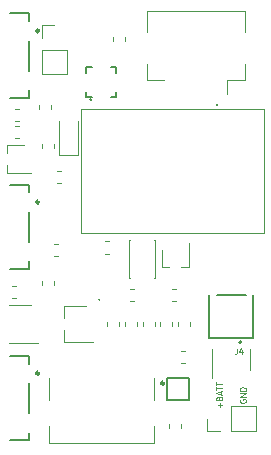
<source format=gbr>
%TF.GenerationSoftware,KiCad,Pcbnew,(5.99.0-2309-gaf729d578)*%
%TF.CreationDate,2020-08-23T06:16:53-04:00*%
%TF.ProjectId,mk2,6d6b322e-6b69-4636-9164-5f7063625858,rev?*%
%TF.SameCoordinates,Original*%
%TF.FileFunction,Legend,Top*%
%TF.FilePolarity,Positive*%
%FSLAX46Y46*%
G04 Gerber Fmt 4.6, Leading zero omitted, Abs format (unit mm)*
G04 Created by KiCad (PCBNEW (5.99.0-2309-gaf729d578)) date 2020-08-23 06:16:53*
%MOMM*%
%LPD*%
G01*
G04 APERTURE LIST*
%ADD10C,0.125000*%
%ADD11C,0.015000*%
%ADD12C,0.120000*%
%ADD13C,0.127000*%
%ADD14C,0.150000*%
%ADD15C,0.200000*%
%ADD16C,0.050000*%
%ADD17C,0.250000*%
%ADD18C,0.100000*%
G04 APERTURE END LIST*
D10*
X31535714Y-46535714D02*
X31535714Y-46154761D01*
X31726190Y-46345238D02*
X31345238Y-46345238D01*
X31464285Y-45750000D02*
X31488095Y-45678571D01*
X31511904Y-45654761D01*
X31559523Y-45630952D01*
X31630952Y-45630952D01*
X31678571Y-45654761D01*
X31702380Y-45678571D01*
X31726190Y-45726190D01*
X31726190Y-45916666D01*
X31226190Y-45916666D01*
X31226190Y-45750000D01*
X31250000Y-45702380D01*
X31273809Y-45678571D01*
X31321428Y-45654761D01*
X31369047Y-45654761D01*
X31416666Y-45678571D01*
X31440476Y-45702380D01*
X31464285Y-45750000D01*
X31464285Y-45916666D01*
X31583333Y-45440476D02*
X31583333Y-45202380D01*
X31726190Y-45488095D02*
X31226190Y-45321428D01*
X31726190Y-45154761D01*
X31226190Y-45059523D02*
X31226190Y-44773809D01*
X31726190Y-44916666D02*
X31226190Y-44916666D01*
X31226190Y-44678571D02*
X31226190Y-44392857D01*
X31726190Y-44535714D02*
X31226190Y-44535714D01*
X33250000Y-45880952D02*
X33226190Y-45928571D01*
X33226190Y-46000000D01*
X33250000Y-46071428D01*
X33297619Y-46119047D01*
X33345238Y-46142857D01*
X33440476Y-46166666D01*
X33511904Y-46166666D01*
X33607142Y-46142857D01*
X33654761Y-46119047D01*
X33702380Y-46071428D01*
X33726190Y-46000000D01*
X33726190Y-45952380D01*
X33702380Y-45880952D01*
X33678571Y-45857142D01*
X33511904Y-45857142D01*
X33511904Y-45952380D01*
X33726190Y-45642857D02*
X33226190Y-45642857D01*
X33726190Y-45357142D01*
X33226190Y-45357142D01*
X33726190Y-45119047D02*
X33226190Y-45119047D01*
X33226190Y-45000000D01*
X33250000Y-44928571D01*
X33297619Y-44880952D01*
X33345238Y-44857142D01*
X33440476Y-44833333D01*
X33511904Y-44833333D01*
X33607142Y-44857142D01*
X33654761Y-44880952D01*
X33702380Y-44928571D01*
X33726190Y-45000000D01*
X33726190Y-45119047D01*
D11*
%TO.C,J4*%
X32975971Y-41552159D02*
X32975971Y-41895716D01*
X32953067Y-41964427D01*
X32907259Y-42010235D01*
X32838548Y-42033139D01*
X32792740Y-42033139D01*
X33411143Y-41712485D02*
X33411143Y-42033139D01*
X33296624Y-41529255D02*
X33182105Y-41872812D01*
X33479855Y-41872812D01*
D12*
%TO.C,J3*%
X16440000Y-14190000D02*
X17500000Y-14190000D01*
X16440000Y-15250000D02*
X16440000Y-14190000D01*
X16440000Y-16250000D02*
X18560000Y-16250000D01*
X18560000Y-16250000D02*
X18560000Y-18310000D01*
X16440000Y-16250000D02*
X16440000Y-18310000D01*
X16440000Y-18310000D02*
X18560000Y-18310000D01*
%TO.C,BT1*%
X30440000Y-48560000D02*
X30440000Y-47500000D01*
X31500000Y-48560000D02*
X30440000Y-48560000D01*
X32500000Y-48560000D02*
X32500000Y-46440000D01*
X32500000Y-46440000D02*
X34560000Y-46440000D01*
X32500000Y-48560000D02*
X34560000Y-48560000D01*
X34560000Y-48560000D02*
X34560000Y-46440000D01*
D13*
%TO.C,U4*%
X20230000Y-20270000D02*
X20230000Y-19800000D01*
X22770000Y-20270000D02*
X22770000Y-19800000D01*
X20230000Y-20270000D02*
X20700000Y-20270000D01*
X22770000Y-20270000D02*
X22300000Y-20270000D01*
X20230000Y-17730000D02*
X20230000Y-18200000D01*
X20230000Y-17730000D02*
X20700000Y-17730000D01*
X22770000Y-17730000D02*
X22770000Y-18200000D01*
X22770000Y-17730000D02*
X22300000Y-17730000D01*
D14*
X20675000Y-20500000D02*
G75*
G03*
X20675000Y-20500000I-75000J0D01*
G01*
D15*
%TO.C,J4*%
X33350000Y-41002000D02*
G75*
G03*
X33350000Y-41002000I-100000J0D01*
G01*
D13*
X33700000Y-37025000D02*
X31300000Y-37025000D01*
X30650000Y-40625000D02*
X30650000Y-37025000D01*
X34350000Y-40625000D02*
X30650000Y-40625000D01*
X34350000Y-37025000D02*
X34350000Y-40625000D01*
D12*
%TO.C,R16*%
X14546267Y-21240000D02*
X14203733Y-21240000D01*
X14546267Y-22260000D02*
X14203733Y-22260000D01*
%TO.C,R15*%
X14546267Y-22740000D02*
X14203733Y-22740000D01*
X14546267Y-23760000D02*
X14203733Y-23760000D01*
%TO.C,R14*%
X23953733Y-37510000D02*
X24296267Y-37510000D01*
X23953733Y-36490000D02*
X24296267Y-36490000D01*
%TO.C,R13*%
X27504733Y-37510000D02*
X27847267Y-37510000D01*
X27504733Y-36490000D02*
X27847267Y-36490000D01*
%TO.C,R12*%
X27510000Y-39671267D02*
X27510000Y-39328733D01*
X26490000Y-39671267D02*
X26490000Y-39328733D01*
%TO.C,R11*%
X23010000Y-39671267D02*
X23010000Y-39328733D01*
X21990000Y-39671267D02*
X21990000Y-39328733D01*
%TO.C,R9*%
X27990000Y-39328733D02*
X27990000Y-39671267D01*
X29010000Y-39328733D02*
X29010000Y-39671267D01*
%TO.C,R6*%
X21797733Y-33510000D02*
X22140267Y-33510000D01*
X21797733Y-32490000D02*
X22140267Y-32490000D01*
%TO.C,R4*%
X24990000Y-39328733D02*
X24990000Y-39671267D01*
X26010000Y-39328733D02*
X26010000Y-39671267D01*
%TO.C,R3*%
X23490000Y-39328733D02*
X23490000Y-39671267D01*
X24510000Y-39328733D02*
X24510000Y-39671267D01*
%TO.C,C20*%
X28546267Y-41740000D02*
X28203733Y-41740000D01*
X28546267Y-42760000D02*
X28203733Y-42760000D01*
%TO.C,C10*%
X28260000Y-48296267D02*
X28260000Y-47953733D01*
X27240000Y-48296267D02*
X27240000Y-47953733D01*
%TO.C,C9*%
X23510000Y-15546267D02*
X23510000Y-15203733D01*
X22490000Y-15546267D02*
X22490000Y-15203733D01*
%TO.C,C7*%
X17453733Y-33760000D02*
X17796267Y-33760000D01*
X17453733Y-32740000D02*
X17796267Y-32740000D01*
%TO.C,C4*%
X16490000Y-35828733D02*
X16490000Y-36171267D01*
X17510000Y-35828733D02*
X17510000Y-36171267D01*
%TO.C,C3*%
X18046267Y-26490000D02*
X17703733Y-26490000D01*
X18046267Y-27510000D02*
X17703733Y-27510000D01*
%TO.C,C2*%
X16490000Y-24203733D02*
X16490000Y-24546267D01*
X17510000Y-24203733D02*
X17510000Y-24546267D01*
%TO.C,C1*%
X16240000Y-20953733D02*
X16240000Y-21296267D01*
X17260000Y-20953733D02*
X17260000Y-21296267D01*
D16*
%TO.C,P1*%
X21395000Y-37425000D02*
G75*
G03*
X21395000Y-37425000I-70000J0D01*
G01*
D17*
%TO.C,U6*%
X26807000Y-44500000D02*
G75*
G03*
X26807000Y-44500000I-125000J0D01*
G01*
D14*
X28925000Y-45925000D02*
X27075000Y-45925000D01*
X28925000Y-44075000D02*
X28925000Y-45925000D01*
X27075000Y-44075000D02*
X28925000Y-44075000D01*
X27075000Y-45925000D02*
X27075000Y-44075000D01*
D12*
%TO.C,J1*%
X32160000Y-18800000D02*
X32160000Y-20000000D01*
X25350000Y-13000000D02*
X25350000Y-14740000D01*
X33650000Y-13000000D02*
X25350000Y-13000000D01*
X33650000Y-14740000D02*
X33650000Y-13000000D01*
X25350000Y-18800000D02*
X25350000Y-17460000D01*
X26840000Y-18800000D02*
X25350000Y-18800000D01*
X33650000Y-18800000D02*
X33650000Y-17460000D01*
X32160000Y-18800000D02*
X33650000Y-18800000D01*
%TO.C,Q4*%
X14930000Y-24340000D02*
X13520000Y-24340000D01*
X13520000Y-26660000D02*
X15550000Y-26660000D01*
X13520000Y-26660000D02*
X13520000Y-26000000D01*
X13520000Y-25000000D02*
X13520000Y-24340000D01*
%TO.C,J2*%
X17030000Y-44080000D02*
X17030000Y-45880000D01*
X17030000Y-49590000D02*
X17030000Y-48130000D01*
X25970000Y-49590000D02*
X25970000Y-48130000D01*
X25970000Y-44080000D02*
X25970000Y-45880000D01*
X25970000Y-49590000D02*
X17030000Y-49590000D01*
D14*
%TO.C,SW4*%
X13775000Y-42175000D02*
X15375000Y-42175000D01*
X13775000Y-49325000D02*
X15375000Y-49325000D01*
X15375000Y-48675000D02*
X15375000Y-49325000D01*
X15375000Y-44475000D02*
X15375000Y-47025000D01*
X15375000Y-42175000D02*
X15375000Y-42825000D01*
D17*
X16220000Y-43650000D02*
G75*
G03*
X16220000Y-43650000I-125000J0D01*
G01*
D14*
%TO.C,SW2*%
X13775000Y-13175000D02*
X15375000Y-13175000D01*
X13775000Y-20325000D02*
X15375000Y-20325000D01*
X15375000Y-19675000D02*
X15375000Y-20325000D01*
X15375000Y-15475000D02*
X15375000Y-18025000D01*
X15375000Y-13175000D02*
X15375000Y-13825000D01*
D17*
X16220000Y-14650000D02*
G75*
G03*
X16220000Y-14650000I-125000J0D01*
G01*
D14*
%TO.C,SW1*%
X13775000Y-27675000D02*
X15375000Y-27675000D01*
X13775000Y-34825000D02*
X15375000Y-34825000D01*
X15375000Y-34175000D02*
X15375000Y-34825000D01*
X15375000Y-29975000D02*
X15375000Y-32525000D01*
X15375000Y-27675000D02*
X15375000Y-28325000D01*
D17*
X16220000Y-29150000D02*
G75*
G03*
X16220000Y-29150000I-125000J0D01*
G01*
D12*
%TO.C,Q3*%
X26590000Y-33229000D02*
X26590000Y-34639000D01*
X28910000Y-34639000D02*
X28910000Y-32609000D01*
X28910000Y-34639000D02*
X28250000Y-34639000D01*
X27250000Y-34639000D02*
X26590000Y-34639000D01*
%TO.C,Y1*%
X19550000Y-25150000D02*
X19550000Y-22300000D01*
X17950000Y-25150000D02*
X19550000Y-25150000D01*
X17950000Y-22300000D02*
X17950000Y-25150000D01*
%TO.C,U3*%
X30890000Y-41600000D02*
X30890000Y-44050000D01*
X34110000Y-43400000D02*
X34110000Y-41600000D01*
%TO.C,U2*%
X13700000Y-41060000D02*
X16150000Y-41060000D01*
X15500000Y-37840000D02*
X13700000Y-37840000D01*
%TO.C,SW_RESET1*%
X23936000Y-32380000D02*
X23836000Y-32380000D01*
X23936000Y-35620000D02*
X23836000Y-35620000D01*
X23836000Y-32380000D02*
X23836000Y-35620000D01*
X26076000Y-32380000D02*
X25976000Y-32380000D01*
X26076000Y-35620000D02*
X25976000Y-35620000D01*
X26076000Y-32380000D02*
X26076000Y-35620000D01*
%TO.C,L1*%
X14296267Y-36240000D02*
X13953733Y-36240000D01*
X14296267Y-37260000D02*
X13953733Y-37260000D01*
D18*
%TO.C,IC1*%
X35250000Y-21250000D02*
X35250000Y-31750000D01*
X35250000Y-31750000D02*
X19750000Y-31750000D01*
X19750000Y-31750000D02*
X19750000Y-21250000D01*
X19750000Y-21250000D02*
X35250000Y-21250000D01*
X31300000Y-20900000D02*
X31300000Y-20900000D01*
X31200000Y-20900000D02*
X31200000Y-20900000D01*
X31200000Y-20900000D02*
G75*
G02*
X31300000Y-20900000I50000J0D01*
G01*
X31300000Y-20900000D02*
G75*
G02*
X31200000Y-20900000I-50000J0D01*
G01*
D12*
%TO.C,D1*%
X18380000Y-41010000D02*
X20810000Y-41010000D01*
X18360000Y-41000000D02*
X18360000Y-40000000D01*
X18360000Y-37950000D02*
X20210000Y-37950000D01*
X18360000Y-39000000D02*
X18360000Y-37950000D01*
%TD*%
M02*

</source>
